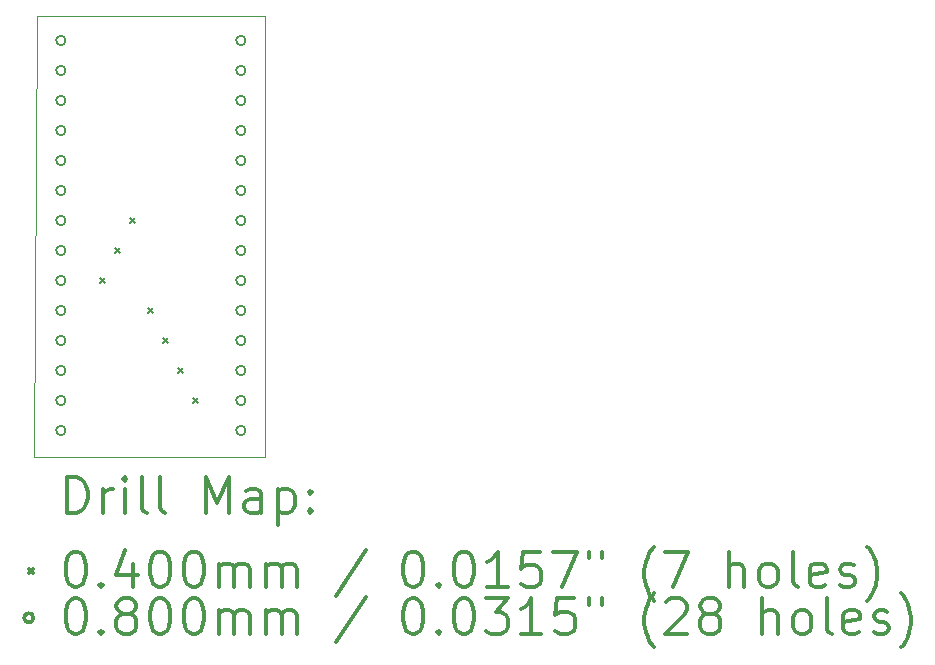
<source format=gbr>
%FSLAX45Y45*%
G04 Gerber Fmt 4.5, Leading zero omitted, Abs format (unit mm)*
G04 Created by KiCad (PCBNEW 5.1.12-84ad8e8a86~92~ubuntu20.04.1) date 2022-07-13 08:14:30*
%MOMM*%
%LPD*%
G01*
G04 APERTURE LIST*
%TA.AperFunction,Profile*%
%ADD10C,0.050000*%
%TD*%
%ADD11C,0.200000*%
%ADD12C,0.300000*%
G04 APERTURE END LIST*
D10*
X14274800Y-8991600D02*
X14300200Y-5257800D01*
X16230600Y-8991600D02*
X14274800Y-8991600D01*
X16230600Y-5257800D02*
X16230600Y-8991600D01*
X14300200Y-5257800D02*
X16230600Y-5257800D01*
D11*
X14839000Y-7473000D02*
X14879000Y-7513000D01*
X14879000Y-7473000D02*
X14839000Y-7513000D01*
X14966000Y-7219000D02*
X15006000Y-7259000D01*
X15006000Y-7219000D02*
X14966000Y-7259000D01*
X15093000Y-6965000D02*
X15133000Y-7005000D01*
X15133000Y-6965000D02*
X15093000Y-7005000D01*
X15245400Y-7727000D02*
X15285400Y-7767000D01*
X15285400Y-7727000D02*
X15245400Y-7767000D01*
X15372399Y-7981000D02*
X15412399Y-8021000D01*
X15412399Y-7981000D02*
X15372399Y-8021000D01*
X15499400Y-8235000D02*
X15539400Y-8275000D01*
X15539400Y-8235000D02*
X15499400Y-8275000D01*
X15626400Y-8489000D02*
X15666400Y-8529000D01*
X15666400Y-8489000D02*
X15626400Y-8529000D01*
X14543400Y-5461000D02*
G75*
G03*
X14543400Y-5461000I-40000J0D01*
G01*
X14543400Y-5715000D02*
G75*
G03*
X14543400Y-5715000I-40000J0D01*
G01*
X14543400Y-5969000D02*
G75*
G03*
X14543400Y-5969000I-40000J0D01*
G01*
X14543400Y-6223000D02*
G75*
G03*
X14543400Y-6223000I-40000J0D01*
G01*
X14543400Y-6477000D02*
G75*
G03*
X14543400Y-6477000I-40000J0D01*
G01*
X14543400Y-6731000D02*
G75*
G03*
X14543400Y-6731000I-40000J0D01*
G01*
X14543400Y-6985000D02*
G75*
G03*
X14543400Y-6985000I-40000J0D01*
G01*
X14543400Y-7239000D02*
G75*
G03*
X14543400Y-7239000I-40000J0D01*
G01*
X14543400Y-7493000D02*
G75*
G03*
X14543400Y-7493000I-40000J0D01*
G01*
X14543400Y-7747000D02*
G75*
G03*
X14543400Y-7747000I-40000J0D01*
G01*
X14543400Y-8001000D02*
G75*
G03*
X14543400Y-8001000I-40000J0D01*
G01*
X14543400Y-8255000D02*
G75*
G03*
X14543400Y-8255000I-40000J0D01*
G01*
X14543400Y-8509000D02*
G75*
G03*
X14543400Y-8509000I-40000J0D01*
G01*
X14543400Y-8763000D02*
G75*
G03*
X14543400Y-8763000I-40000J0D01*
G01*
X16067400Y-5461000D02*
G75*
G03*
X16067400Y-5461000I-40000J0D01*
G01*
X16067400Y-5715000D02*
G75*
G03*
X16067400Y-5715000I-40000J0D01*
G01*
X16067400Y-5969000D02*
G75*
G03*
X16067400Y-5969000I-40000J0D01*
G01*
X16067400Y-6223000D02*
G75*
G03*
X16067400Y-6223000I-40000J0D01*
G01*
X16067400Y-6477000D02*
G75*
G03*
X16067400Y-6477000I-40000J0D01*
G01*
X16067400Y-6731000D02*
G75*
G03*
X16067400Y-6731000I-40000J0D01*
G01*
X16067400Y-6985000D02*
G75*
G03*
X16067400Y-6985000I-40000J0D01*
G01*
X16067400Y-7239000D02*
G75*
G03*
X16067400Y-7239000I-40000J0D01*
G01*
X16067400Y-7493000D02*
G75*
G03*
X16067400Y-7493000I-40000J0D01*
G01*
X16067400Y-7747000D02*
G75*
G03*
X16067400Y-7747000I-40000J0D01*
G01*
X16067400Y-8001000D02*
G75*
G03*
X16067400Y-8001000I-40000J0D01*
G01*
X16067400Y-8255000D02*
G75*
G03*
X16067400Y-8255000I-40000J0D01*
G01*
X16067400Y-8509000D02*
G75*
G03*
X16067400Y-8509000I-40000J0D01*
G01*
X16067400Y-8763000D02*
G75*
G03*
X16067400Y-8763000I-40000J0D01*
G01*
D12*
X14558728Y-9459814D02*
X14558728Y-9159814D01*
X14630157Y-9159814D01*
X14673014Y-9174100D01*
X14701586Y-9202672D01*
X14715871Y-9231243D01*
X14730157Y-9288386D01*
X14730157Y-9331243D01*
X14715871Y-9388386D01*
X14701586Y-9416957D01*
X14673014Y-9445529D01*
X14630157Y-9459814D01*
X14558728Y-9459814D01*
X14858728Y-9459814D02*
X14858728Y-9259814D01*
X14858728Y-9316957D02*
X14873014Y-9288386D01*
X14887300Y-9274100D01*
X14915871Y-9259814D01*
X14944443Y-9259814D01*
X15044443Y-9459814D02*
X15044443Y-9259814D01*
X15044443Y-9159814D02*
X15030157Y-9174100D01*
X15044443Y-9188386D01*
X15058728Y-9174100D01*
X15044443Y-9159814D01*
X15044443Y-9188386D01*
X15230157Y-9459814D02*
X15201586Y-9445529D01*
X15187300Y-9416957D01*
X15187300Y-9159814D01*
X15387300Y-9459814D02*
X15358728Y-9445529D01*
X15344443Y-9416957D01*
X15344443Y-9159814D01*
X15730157Y-9459814D02*
X15730157Y-9159814D01*
X15830157Y-9374100D01*
X15930157Y-9159814D01*
X15930157Y-9459814D01*
X16201586Y-9459814D02*
X16201586Y-9302672D01*
X16187300Y-9274100D01*
X16158728Y-9259814D01*
X16101586Y-9259814D01*
X16073014Y-9274100D01*
X16201586Y-9445529D02*
X16173014Y-9459814D01*
X16101586Y-9459814D01*
X16073014Y-9445529D01*
X16058728Y-9416957D01*
X16058728Y-9388386D01*
X16073014Y-9359814D01*
X16101586Y-9345529D01*
X16173014Y-9345529D01*
X16201586Y-9331243D01*
X16344443Y-9259814D02*
X16344443Y-9559814D01*
X16344443Y-9274100D02*
X16373014Y-9259814D01*
X16430157Y-9259814D01*
X16458728Y-9274100D01*
X16473014Y-9288386D01*
X16487300Y-9316957D01*
X16487300Y-9402672D01*
X16473014Y-9431243D01*
X16458728Y-9445529D01*
X16430157Y-9459814D01*
X16373014Y-9459814D01*
X16344443Y-9445529D01*
X16615871Y-9431243D02*
X16630157Y-9445529D01*
X16615871Y-9459814D01*
X16601586Y-9445529D01*
X16615871Y-9431243D01*
X16615871Y-9459814D01*
X16615871Y-9274100D02*
X16630157Y-9288386D01*
X16615871Y-9302672D01*
X16601586Y-9288386D01*
X16615871Y-9274100D01*
X16615871Y-9302672D01*
X14232300Y-9934100D02*
X14272300Y-9974100D01*
X14272300Y-9934100D02*
X14232300Y-9974100D01*
X14615871Y-9789814D02*
X14644443Y-9789814D01*
X14673014Y-9804100D01*
X14687300Y-9818386D01*
X14701586Y-9846957D01*
X14715871Y-9904100D01*
X14715871Y-9975529D01*
X14701586Y-10032672D01*
X14687300Y-10061243D01*
X14673014Y-10075529D01*
X14644443Y-10089814D01*
X14615871Y-10089814D01*
X14587300Y-10075529D01*
X14573014Y-10061243D01*
X14558728Y-10032672D01*
X14544443Y-9975529D01*
X14544443Y-9904100D01*
X14558728Y-9846957D01*
X14573014Y-9818386D01*
X14587300Y-9804100D01*
X14615871Y-9789814D01*
X14844443Y-10061243D02*
X14858728Y-10075529D01*
X14844443Y-10089814D01*
X14830157Y-10075529D01*
X14844443Y-10061243D01*
X14844443Y-10089814D01*
X15115871Y-9889814D02*
X15115871Y-10089814D01*
X15044443Y-9775529D02*
X14973014Y-9989814D01*
X15158728Y-9989814D01*
X15330157Y-9789814D02*
X15358728Y-9789814D01*
X15387300Y-9804100D01*
X15401586Y-9818386D01*
X15415871Y-9846957D01*
X15430157Y-9904100D01*
X15430157Y-9975529D01*
X15415871Y-10032672D01*
X15401586Y-10061243D01*
X15387300Y-10075529D01*
X15358728Y-10089814D01*
X15330157Y-10089814D01*
X15301586Y-10075529D01*
X15287300Y-10061243D01*
X15273014Y-10032672D01*
X15258728Y-9975529D01*
X15258728Y-9904100D01*
X15273014Y-9846957D01*
X15287300Y-9818386D01*
X15301586Y-9804100D01*
X15330157Y-9789814D01*
X15615871Y-9789814D02*
X15644443Y-9789814D01*
X15673014Y-9804100D01*
X15687300Y-9818386D01*
X15701586Y-9846957D01*
X15715871Y-9904100D01*
X15715871Y-9975529D01*
X15701586Y-10032672D01*
X15687300Y-10061243D01*
X15673014Y-10075529D01*
X15644443Y-10089814D01*
X15615871Y-10089814D01*
X15587300Y-10075529D01*
X15573014Y-10061243D01*
X15558728Y-10032672D01*
X15544443Y-9975529D01*
X15544443Y-9904100D01*
X15558728Y-9846957D01*
X15573014Y-9818386D01*
X15587300Y-9804100D01*
X15615871Y-9789814D01*
X15844443Y-10089814D02*
X15844443Y-9889814D01*
X15844443Y-9918386D02*
X15858728Y-9904100D01*
X15887300Y-9889814D01*
X15930157Y-9889814D01*
X15958728Y-9904100D01*
X15973014Y-9932672D01*
X15973014Y-10089814D01*
X15973014Y-9932672D02*
X15987300Y-9904100D01*
X16015871Y-9889814D01*
X16058728Y-9889814D01*
X16087300Y-9904100D01*
X16101586Y-9932672D01*
X16101586Y-10089814D01*
X16244443Y-10089814D02*
X16244443Y-9889814D01*
X16244443Y-9918386D02*
X16258728Y-9904100D01*
X16287300Y-9889814D01*
X16330157Y-9889814D01*
X16358728Y-9904100D01*
X16373014Y-9932672D01*
X16373014Y-10089814D01*
X16373014Y-9932672D02*
X16387300Y-9904100D01*
X16415871Y-9889814D01*
X16458728Y-9889814D01*
X16487300Y-9904100D01*
X16501586Y-9932672D01*
X16501586Y-10089814D01*
X17087300Y-9775529D02*
X16830157Y-10161243D01*
X17473014Y-9789814D02*
X17501586Y-9789814D01*
X17530157Y-9804100D01*
X17544443Y-9818386D01*
X17558728Y-9846957D01*
X17573014Y-9904100D01*
X17573014Y-9975529D01*
X17558728Y-10032672D01*
X17544443Y-10061243D01*
X17530157Y-10075529D01*
X17501586Y-10089814D01*
X17473014Y-10089814D01*
X17444443Y-10075529D01*
X17430157Y-10061243D01*
X17415871Y-10032672D01*
X17401586Y-9975529D01*
X17401586Y-9904100D01*
X17415871Y-9846957D01*
X17430157Y-9818386D01*
X17444443Y-9804100D01*
X17473014Y-9789814D01*
X17701586Y-10061243D02*
X17715871Y-10075529D01*
X17701586Y-10089814D01*
X17687300Y-10075529D01*
X17701586Y-10061243D01*
X17701586Y-10089814D01*
X17901586Y-9789814D02*
X17930157Y-9789814D01*
X17958728Y-9804100D01*
X17973014Y-9818386D01*
X17987300Y-9846957D01*
X18001586Y-9904100D01*
X18001586Y-9975529D01*
X17987300Y-10032672D01*
X17973014Y-10061243D01*
X17958728Y-10075529D01*
X17930157Y-10089814D01*
X17901586Y-10089814D01*
X17873014Y-10075529D01*
X17858728Y-10061243D01*
X17844443Y-10032672D01*
X17830157Y-9975529D01*
X17830157Y-9904100D01*
X17844443Y-9846957D01*
X17858728Y-9818386D01*
X17873014Y-9804100D01*
X17901586Y-9789814D01*
X18287300Y-10089814D02*
X18115871Y-10089814D01*
X18201586Y-10089814D02*
X18201586Y-9789814D01*
X18173014Y-9832672D01*
X18144443Y-9861243D01*
X18115871Y-9875529D01*
X18558728Y-9789814D02*
X18415871Y-9789814D01*
X18401586Y-9932672D01*
X18415871Y-9918386D01*
X18444443Y-9904100D01*
X18515871Y-9904100D01*
X18544443Y-9918386D01*
X18558728Y-9932672D01*
X18573014Y-9961243D01*
X18573014Y-10032672D01*
X18558728Y-10061243D01*
X18544443Y-10075529D01*
X18515871Y-10089814D01*
X18444443Y-10089814D01*
X18415871Y-10075529D01*
X18401586Y-10061243D01*
X18673014Y-9789814D02*
X18873014Y-9789814D01*
X18744443Y-10089814D01*
X18973014Y-9789814D02*
X18973014Y-9846957D01*
X19087300Y-9789814D02*
X19087300Y-9846957D01*
X19530157Y-10204100D02*
X19515871Y-10189814D01*
X19487300Y-10146957D01*
X19473014Y-10118386D01*
X19458728Y-10075529D01*
X19444443Y-10004100D01*
X19444443Y-9946957D01*
X19458728Y-9875529D01*
X19473014Y-9832672D01*
X19487300Y-9804100D01*
X19515871Y-9761243D01*
X19530157Y-9746957D01*
X19615871Y-9789814D02*
X19815871Y-9789814D01*
X19687300Y-10089814D01*
X20158728Y-10089814D02*
X20158728Y-9789814D01*
X20287300Y-10089814D02*
X20287300Y-9932672D01*
X20273014Y-9904100D01*
X20244443Y-9889814D01*
X20201586Y-9889814D01*
X20173014Y-9904100D01*
X20158728Y-9918386D01*
X20473014Y-10089814D02*
X20444443Y-10075529D01*
X20430157Y-10061243D01*
X20415871Y-10032672D01*
X20415871Y-9946957D01*
X20430157Y-9918386D01*
X20444443Y-9904100D01*
X20473014Y-9889814D01*
X20515871Y-9889814D01*
X20544443Y-9904100D01*
X20558728Y-9918386D01*
X20573014Y-9946957D01*
X20573014Y-10032672D01*
X20558728Y-10061243D01*
X20544443Y-10075529D01*
X20515871Y-10089814D01*
X20473014Y-10089814D01*
X20744443Y-10089814D02*
X20715871Y-10075529D01*
X20701586Y-10046957D01*
X20701586Y-9789814D01*
X20973014Y-10075529D02*
X20944443Y-10089814D01*
X20887300Y-10089814D01*
X20858728Y-10075529D01*
X20844443Y-10046957D01*
X20844443Y-9932672D01*
X20858728Y-9904100D01*
X20887300Y-9889814D01*
X20944443Y-9889814D01*
X20973014Y-9904100D01*
X20987300Y-9932672D01*
X20987300Y-9961243D01*
X20844443Y-9989814D01*
X21101586Y-10075529D02*
X21130157Y-10089814D01*
X21187300Y-10089814D01*
X21215871Y-10075529D01*
X21230157Y-10046957D01*
X21230157Y-10032672D01*
X21215871Y-10004100D01*
X21187300Y-9989814D01*
X21144443Y-9989814D01*
X21115871Y-9975529D01*
X21101586Y-9946957D01*
X21101586Y-9932672D01*
X21115871Y-9904100D01*
X21144443Y-9889814D01*
X21187300Y-9889814D01*
X21215871Y-9904100D01*
X21330157Y-10204100D02*
X21344443Y-10189814D01*
X21373014Y-10146957D01*
X21387300Y-10118386D01*
X21401586Y-10075529D01*
X21415871Y-10004100D01*
X21415871Y-9946957D01*
X21401586Y-9875529D01*
X21387300Y-9832672D01*
X21373014Y-9804100D01*
X21344443Y-9761243D01*
X21330157Y-9746957D01*
X14272300Y-10350100D02*
G75*
G03*
X14272300Y-10350100I-40000J0D01*
G01*
X14615871Y-10185814D02*
X14644443Y-10185814D01*
X14673014Y-10200100D01*
X14687300Y-10214386D01*
X14701586Y-10242957D01*
X14715871Y-10300100D01*
X14715871Y-10371529D01*
X14701586Y-10428672D01*
X14687300Y-10457243D01*
X14673014Y-10471529D01*
X14644443Y-10485814D01*
X14615871Y-10485814D01*
X14587300Y-10471529D01*
X14573014Y-10457243D01*
X14558728Y-10428672D01*
X14544443Y-10371529D01*
X14544443Y-10300100D01*
X14558728Y-10242957D01*
X14573014Y-10214386D01*
X14587300Y-10200100D01*
X14615871Y-10185814D01*
X14844443Y-10457243D02*
X14858728Y-10471529D01*
X14844443Y-10485814D01*
X14830157Y-10471529D01*
X14844443Y-10457243D01*
X14844443Y-10485814D01*
X15030157Y-10314386D02*
X15001586Y-10300100D01*
X14987300Y-10285814D01*
X14973014Y-10257243D01*
X14973014Y-10242957D01*
X14987300Y-10214386D01*
X15001586Y-10200100D01*
X15030157Y-10185814D01*
X15087300Y-10185814D01*
X15115871Y-10200100D01*
X15130157Y-10214386D01*
X15144443Y-10242957D01*
X15144443Y-10257243D01*
X15130157Y-10285814D01*
X15115871Y-10300100D01*
X15087300Y-10314386D01*
X15030157Y-10314386D01*
X15001586Y-10328672D01*
X14987300Y-10342957D01*
X14973014Y-10371529D01*
X14973014Y-10428672D01*
X14987300Y-10457243D01*
X15001586Y-10471529D01*
X15030157Y-10485814D01*
X15087300Y-10485814D01*
X15115871Y-10471529D01*
X15130157Y-10457243D01*
X15144443Y-10428672D01*
X15144443Y-10371529D01*
X15130157Y-10342957D01*
X15115871Y-10328672D01*
X15087300Y-10314386D01*
X15330157Y-10185814D02*
X15358728Y-10185814D01*
X15387300Y-10200100D01*
X15401586Y-10214386D01*
X15415871Y-10242957D01*
X15430157Y-10300100D01*
X15430157Y-10371529D01*
X15415871Y-10428672D01*
X15401586Y-10457243D01*
X15387300Y-10471529D01*
X15358728Y-10485814D01*
X15330157Y-10485814D01*
X15301586Y-10471529D01*
X15287300Y-10457243D01*
X15273014Y-10428672D01*
X15258728Y-10371529D01*
X15258728Y-10300100D01*
X15273014Y-10242957D01*
X15287300Y-10214386D01*
X15301586Y-10200100D01*
X15330157Y-10185814D01*
X15615871Y-10185814D02*
X15644443Y-10185814D01*
X15673014Y-10200100D01*
X15687300Y-10214386D01*
X15701586Y-10242957D01*
X15715871Y-10300100D01*
X15715871Y-10371529D01*
X15701586Y-10428672D01*
X15687300Y-10457243D01*
X15673014Y-10471529D01*
X15644443Y-10485814D01*
X15615871Y-10485814D01*
X15587300Y-10471529D01*
X15573014Y-10457243D01*
X15558728Y-10428672D01*
X15544443Y-10371529D01*
X15544443Y-10300100D01*
X15558728Y-10242957D01*
X15573014Y-10214386D01*
X15587300Y-10200100D01*
X15615871Y-10185814D01*
X15844443Y-10485814D02*
X15844443Y-10285814D01*
X15844443Y-10314386D02*
X15858728Y-10300100D01*
X15887300Y-10285814D01*
X15930157Y-10285814D01*
X15958728Y-10300100D01*
X15973014Y-10328672D01*
X15973014Y-10485814D01*
X15973014Y-10328672D02*
X15987300Y-10300100D01*
X16015871Y-10285814D01*
X16058728Y-10285814D01*
X16087300Y-10300100D01*
X16101586Y-10328672D01*
X16101586Y-10485814D01*
X16244443Y-10485814D02*
X16244443Y-10285814D01*
X16244443Y-10314386D02*
X16258728Y-10300100D01*
X16287300Y-10285814D01*
X16330157Y-10285814D01*
X16358728Y-10300100D01*
X16373014Y-10328672D01*
X16373014Y-10485814D01*
X16373014Y-10328672D02*
X16387300Y-10300100D01*
X16415871Y-10285814D01*
X16458728Y-10285814D01*
X16487300Y-10300100D01*
X16501586Y-10328672D01*
X16501586Y-10485814D01*
X17087300Y-10171529D02*
X16830157Y-10557243D01*
X17473014Y-10185814D02*
X17501586Y-10185814D01*
X17530157Y-10200100D01*
X17544443Y-10214386D01*
X17558728Y-10242957D01*
X17573014Y-10300100D01*
X17573014Y-10371529D01*
X17558728Y-10428672D01*
X17544443Y-10457243D01*
X17530157Y-10471529D01*
X17501586Y-10485814D01*
X17473014Y-10485814D01*
X17444443Y-10471529D01*
X17430157Y-10457243D01*
X17415871Y-10428672D01*
X17401586Y-10371529D01*
X17401586Y-10300100D01*
X17415871Y-10242957D01*
X17430157Y-10214386D01*
X17444443Y-10200100D01*
X17473014Y-10185814D01*
X17701586Y-10457243D02*
X17715871Y-10471529D01*
X17701586Y-10485814D01*
X17687300Y-10471529D01*
X17701586Y-10457243D01*
X17701586Y-10485814D01*
X17901586Y-10185814D02*
X17930157Y-10185814D01*
X17958728Y-10200100D01*
X17973014Y-10214386D01*
X17987300Y-10242957D01*
X18001586Y-10300100D01*
X18001586Y-10371529D01*
X17987300Y-10428672D01*
X17973014Y-10457243D01*
X17958728Y-10471529D01*
X17930157Y-10485814D01*
X17901586Y-10485814D01*
X17873014Y-10471529D01*
X17858728Y-10457243D01*
X17844443Y-10428672D01*
X17830157Y-10371529D01*
X17830157Y-10300100D01*
X17844443Y-10242957D01*
X17858728Y-10214386D01*
X17873014Y-10200100D01*
X17901586Y-10185814D01*
X18101586Y-10185814D02*
X18287300Y-10185814D01*
X18187300Y-10300100D01*
X18230157Y-10300100D01*
X18258728Y-10314386D01*
X18273014Y-10328672D01*
X18287300Y-10357243D01*
X18287300Y-10428672D01*
X18273014Y-10457243D01*
X18258728Y-10471529D01*
X18230157Y-10485814D01*
X18144443Y-10485814D01*
X18115871Y-10471529D01*
X18101586Y-10457243D01*
X18573014Y-10485814D02*
X18401586Y-10485814D01*
X18487300Y-10485814D02*
X18487300Y-10185814D01*
X18458728Y-10228672D01*
X18430157Y-10257243D01*
X18401586Y-10271529D01*
X18844443Y-10185814D02*
X18701586Y-10185814D01*
X18687300Y-10328672D01*
X18701586Y-10314386D01*
X18730157Y-10300100D01*
X18801586Y-10300100D01*
X18830157Y-10314386D01*
X18844443Y-10328672D01*
X18858728Y-10357243D01*
X18858728Y-10428672D01*
X18844443Y-10457243D01*
X18830157Y-10471529D01*
X18801586Y-10485814D01*
X18730157Y-10485814D01*
X18701586Y-10471529D01*
X18687300Y-10457243D01*
X18973014Y-10185814D02*
X18973014Y-10242957D01*
X19087300Y-10185814D02*
X19087300Y-10242957D01*
X19530157Y-10600100D02*
X19515871Y-10585814D01*
X19487300Y-10542957D01*
X19473014Y-10514386D01*
X19458728Y-10471529D01*
X19444443Y-10400100D01*
X19444443Y-10342957D01*
X19458728Y-10271529D01*
X19473014Y-10228672D01*
X19487300Y-10200100D01*
X19515871Y-10157243D01*
X19530157Y-10142957D01*
X19630157Y-10214386D02*
X19644443Y-10200100D01*
X19673014Y-10185814D01*
X19744443Y-10185814D01*
X19773014Y-10200100D01*
X19787300Y-10214386D01*
X19801586Y-10242957D01*
X19801586Y-10271529D01*
X19787300Y-10314386D01*
X19615871Y-10485814D01*
X19801586Y-10485814D01*
X19973014Y-10314386D02*
X19944443Y-10300100D01*
X19930157Y-10285814D01*
X19915871Y-10257243D01*
X19915871Y-10242957D01*
X19930157Y-10214386D01*
X19944443Y-10200100D01*
X19973014Y-10185814D01*
X20030157Y-10185814D01*
X20058728Y-10200100D01*
X20073014Y-10214386D01*
X20087300Y-10242957D01*
X20087300Y-10257243D01*
X20073014Y-10285814D01*
X20058728Y-10300100D01*
X20030157Y-10314386D01*
X19973014Y-10314386D01*
X19944443Y-10328672D01*
X19930157Y-10342957D01*
X19915871Y-10371529D01*
X19915871Y-10428672D01*
X19930157Y-10457243D01*
X19944443Y-10471529D01*
X19973014Y-10485814D01*
X20030157Y-10485814D01*
X20058728Y-10471529D01*
X20073014Y-10457243D01*
X20087300Y-10428672D01*
X20087300Y-10371529D01*
X20073014Y-10342957D01*
X20058728Y-10328672D01*
X20030157Y-10314386D01*
X20444443Y-10485814D02*
X20444443Y-10185814D01*
X20573014Y-10485814D02*
X20573014Y-10328672D01*
X20558728Y-10300100D01*
X20530157Y-10285814D01*
X20487300Y-10285814D01*
X20458728Y-10300100D01*
X20444443Y-10314386D01*
X20758728Y-10485814D02*
X20730157Y-10471529D01*
X20715871Y-10457243D01*
X20701586Y-10428672D01*
X20701586Y-10342957D01*
X20715871Y-10314386D01*
X20730157Y-10300100D01*
X20758728Y-10285814D01*
X20801586Y-10285814D01*
X20830157Y-10300100D01*
X20844443Y-10314386D01*
X20858728Y-10342957D01*
X20858728Y-10428672D01*
X20844443Y-10457243D01*
X20830157Y-10471529D01*
X20801586Y-10485814D01*
X20758728Y-10485814D01*
X21030157Y-10485814D02*
X21001586Y-10471529D01*
X20987300Y-10442957D01*
X20987300Y-10185814D01*
X21258728Y-10471529D02*
X21230157Y-10485814D01*
X21173014Y-10485814D01*
X21144443Y-10471529D01*
X21130157Y-10442957D01*
X21130157Y-10328672D01*
X21144443Y-10300100D01*
X21173014Y-10285814D01*
X21230157Y-10285814D01*
X21258728Y-10300100D01*
X21273014Y-10328672D01*
X21273014Y-10357243D01*
X21130157Y-10385814D01*
X21387300Y-10471529D02*
X21415871Y-10485814D01*
X21473014Y-10485814D01*
X21501586Y-10471529D01*
X21515871Y-10442957D01*
X21515871Y-10428672D01*
X21501586Y-10400100D01*
X21473014Y-10385814D01*
X21430157Y-10385814D01*
X21401586Y-10371529D01*
X21387300Y-10342957D01*
X21387300Y-10328672D01*
X21401586Y-10300100D01*
X21430157Y-10285814D01*
X21473014Y-10285814D01*
X21501586Y-10300100D01*
X21615871Y-10600100D02*
X21630157Y-10585814D01*
X21658728Y-10542957D01*
X21673014Y-10514386D01*
X21687300Y-10471529D01*
X21701586Y-10400100D01*
X21701586Y-10342957D01*
X21687300Y-10271529D01*
X21673014Y-10228672D01*
X21658728Y-10200100D01*
X21630157Y-10157243D01*
X21615871Y-10142957D01*
M02*

</source>
